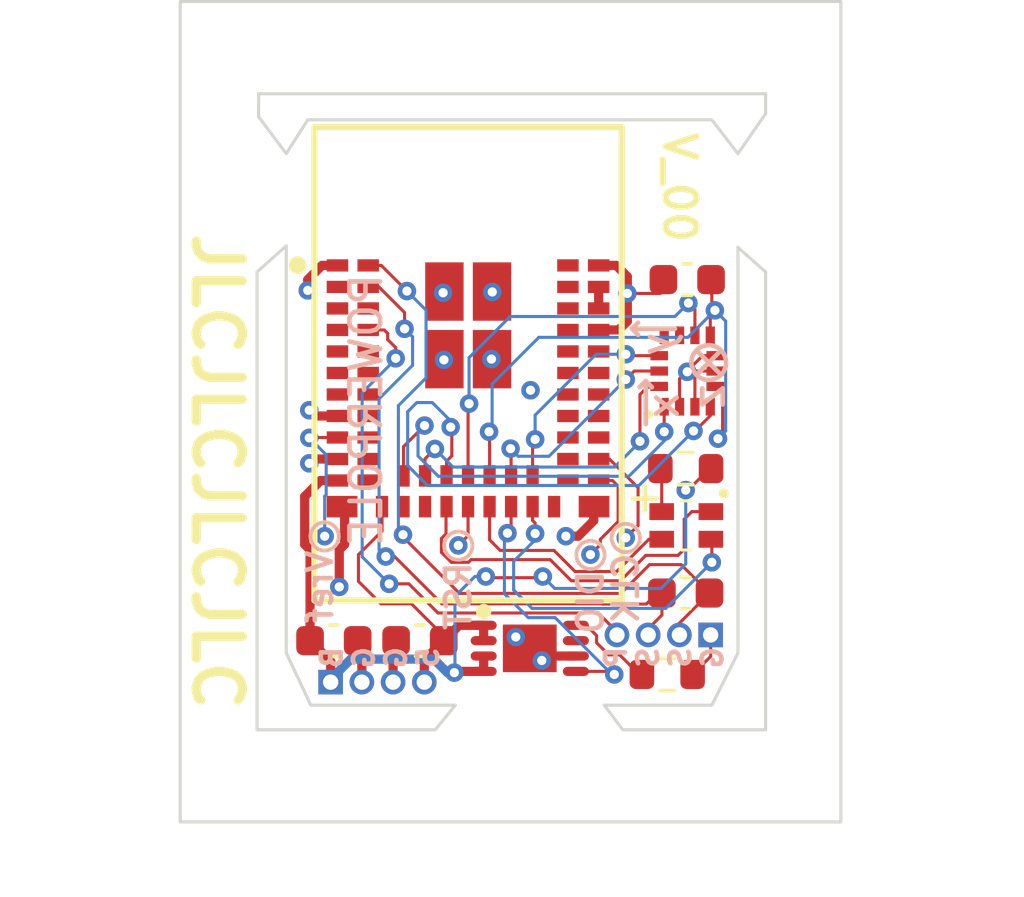
<source format=kicad_pcb>
(kicad_pcb (version 20211014) (generator pcbnew)
  (layers (0 "F.Cu" signal) (1 "In1.Cu" power) (2 "In2.Cu" power) (31 "B.Cu" signal) (35 "F.Paste" user) (36 "B.SilkS" user "B.Silkscreen") (37 "F.SilkS" user "F.Silkscreen") (38 "B.Mask" user) (39 "F.Mask" user) (44 "Edge.Cuts" user))
  (net 0 "")
  (net 1 "Vbat")
  (net 2 "Earth")
  (net 3 "Vbus")
  (net 15 "Net-(U1-Pad29)")
  (net 34 "/LSM_VDD")
  (net 35 "/LSM_INT1")
  (net 36 "/LSM_INT2")
  (net 37 "/LSM_CS")
  (net 42 "/FORCE_S+")
  (net 43 "/FORCE_S-")
  (net 44 "/LED_RED")
  (net 45 "/LED_GREEN")
  (net 46 "/LED_BLUE")
  (net 47 "/LED_A")
  (net 48 "/SWDIO")
  (net 49 "/SWCLK")
  (net 50 "/Vref")
  (net 51 "/nRST")
  (net 52 "/FORCE_VCC")
  (net 53 "/CHRG_PROG")
  (net 54 "/LSM_SDO")
  (net 55 "/LSM_SDI")
  (net 56 "/LSM_SPC")
  (net 57 "/CHRG_STAT")
  (footprint "LarsLib:SON50P300X200X100-9N-D" (layer "F.Cu") (at 118.775 109.9 -90)
    (fp_text reference "U3" hide)
    (fp_text value "MCP73832T-2ACI_MC" hide)
    (pad "1" smd roundrect (at -0.55 1.3 90) (size 0.3 0.85) (layers "F.Cu" "F.Paste" "F.Mask") (roundrect_rratio 0.5) (net 3 "Vbus"))
    (pad "2" smd roundrect (at -0.05 1.3 90) (size 0.3 0.85) (layers "F.Cu" "F.Paste" "F.Mask") (roundrect_rratio 0.5) (net 3 "Vbus"))
    (pad "3" smd roundrect (at 0.45 1.3 90) (size 0.3 0.85) (layers "F.Cu" "F.Paste" "F.Mask") (roundrect_rratio 0.5) (net 1 "Vbat"))
    (pad "4" smd roundrect (at 0.95 1.3 90) (size 0.3 0.85) (layers "F.Cu" "F.Paste" "F.Mask") (roundrect_rratio 0.5) (net 1 "Vbat"))
    (pad "5" smd roundrect (at 0.95 -1.7 90) (size 0.3 0.85) (layers "F.Cu" "F.Paste" "F.Mask") (roundrect_rratio 0.5) (net 57 "/CHRG_STAT"))
    (pad "6" smd roundrect (at 0.45 -1.7 90) (size 0.3 0.85) (layers "F.Cu" "F.Paste" "F.Mask") (roundrect_rratio 0.5) (net 2 "Earth"))
    (pad "7" smd roundrect (at -0.05 -1.7 90) (size 0.3 0.85) (layers "F.Cu" "F.Paste" "F.Mask") (roundrect_rratio 0.5))
    (pad "8" smd roundrect (at -0.55 -1.7 90) (size 0.3 0.85) (layers "F.Cu" "F.Paste" "F.Mask") (roundrect_rratio 0.5) (net 53 "/CHRG_PROG"))
    (pad "9" smd rect (at 0.2 -0.2 90) (size 1.55 1.75) (layers "F.Cu" "F.Paste" "F.Mask") (net 2 "Earth"))
  )
  (footprint "LarsLib:mousebite" (layer "F.Cu") (at 118.97 112.05)
    (fp_text reference "MB4" hide)
    (fp_text value "mousebite" hide)
    (pad "" np_thru_hole circle (at -1.8 0) (size 0.6 0.6) (drill 0.6) (layers F&B.Cu *.Mask))
    (pad "" np_thru_hole circle (at 0 0) (size 0.6 0.6) (drill 0.6) (layers F&B.Cu *.Mask))
    (pad "" np_thru_hole circle (at -0.9 0) (size 0.6 0.6) (drill 0.6) (layers F&B.Cu *.Mask))
    (pad "" np_thru_hole circle (at 0.9 0) (size 0.6 0.6) (drill 0.6) (layers F&B.Cu *.Mask))
    (pad "" np_thru_hole circle (at 1.8 0) (size 0.6 0.6) (drill 0.6) (layers F&B.Cu *.Mask))
  )
  (footprint "LarsLib:LSM6DSM" (layer "F.Cu") (at 124.1 101.075 90)
    (fp_text reference "U2" hide)
    (fp_text value "LSM6DSM")
    (pad "1" smd roundrect (at -1.1625 -0.75 90) (size 0.575 0.3) (layers "F.Cu" "F.Paste" "F.Mask") (roundrect_rratio 0) (chamfer_ratio 0.3) (chamfer top_right) (net 54 "/LSM_SDO"))
    (pad "2" smd rect (at -1.1625 -0.25 90) (size 0.575 0.3) (layers "F.Cu" "F.Paste" "F.Mask") (net 2 "Earth"))
    (pad "3" smd rect (at -1.1625 0.25 90) (size 0.575 0.3) (layers "F.Cu" "F.Paste" "F.Mask") (net 2 "Earth"))
    (pad "4" smd rect (at -1.1625 0.75 90) (size 0.575 0.3) (layers "F.Cu" "F.Paste" "F.Mask") (net 35 "/LSM_INT1"))
    (pad "5" smd rect (at -0.5 0.9125 90) (size 0.3 0.575) (layers "F.Cu" "F.Paste" "F.Mask") (net 34 "/LSM_VDD"))
    (pad "6" smd rect (at 0 0.9125 90) (size 0.3 0.575) (layers "F.Cu" "F.Paste" "F.Mask") (net 2 "Earth"))
    (pad "7" smd rect (at 0.5 0.9125 90) (size 0.3 0.575) (layers "F.Cu" "F.Paste" "F.Mask") (net 2 "Earth"))
    (pad "8" smd rect (at 1.1625 0.75 90) (size 0.575 0.3) (layers "F.Cu" "F.Paste" "F.Mask") (net 34 "/LSM_VDD"))
    (pad "9" smd rect (at 1.1625 0.25 90) (size 0.575 0.3) (layers "F.Cu" "F.Paste" "F.Mask") (net 36 "/LSM_INT2"))
    (pad "10" smd rect (at 1.1625 -0.25 90) (size 0.575 0.3) (layers "F.Cu" "F.Paste" "F.Mask"))
    (pad "11" smd rect (at 1.1625 -0.75 90) (size 0.575 0.3) (layers "F.Cu" "F.Paste" "F.Mask"))
    (pad "12" smd rect (at 0.5 -0.9125 90) (size 0.3 0.575) (layers "F.Cu" "F.Paste" "F.Mask") (net 37 "/LSM_CS"))
    (pad "13" smd rect (at 0 -0.9125 90) (size 0.3 0.575) (layers "F.Cu" "F.Paste" "F.Mask") (net 56 "/LSM_SPC"))
    (pad "14" smd rect (at -0.5 -0.9125 90) (size 0.3 0.575) (layers "F.Cu" "F.Paste" "F.Mask") (net 55 "/LSM_SDI"))
  )
  (footprint "LarsLib:ToolingHole_1.152mm" (layer "F.Cu") (at 119 114.15)
    (fp_text reference "TH2" hide)
    (fp_text value "Tooling_hole_1.152")
    (pad "" np_thru_hole circle (at 0 0) (size 1.152 1.152) (drill 1.152) (layers F&B.Cu *.Mask))
  )
  (footprint "Resistor_SMD:R_0603_1608Metric" (layer "F.Cu") (at 124.05 104.25)
    (fp_text reference "R1" hide)
    (fp_text value "820")
    (pad "1" smd roundrect (at -0.825 0) (size 0.8 0.95) (layers "F.Cu" "F.Paste" "F.Mask") (net 47 "/LED_A"))
    (pad "2" smd roundrect (at 0.825 0) (size 0.8 0.95) (layers "F.Cu" "F.Paste" "F.Mask") (net 1 "Vbat"))
  )
  (footprint "Capacitor_SMD:C_0603_1608Metric" (layer "F.Cu") (at 124.1 98.1 180)
    (fp_text reference "C4" hide)
    (fp_text value "100n")
    (pad "1" smd roundrect (at -0.775 0 180) (size 0.9 0.95) (layers "F.Cu" "F.Paste" "F.Mask") (net 34 "/LSM_VDD"))
    (pad "2" smd roundrect (at 0.775 0 180) (size 0.9 0.95) (layers "F.Cu" "F.Paste" "F.Mask") (net 2 "Earth"))
  )
  (footprint "LarsLib:ToolingHole_1.152mm" (layer "F.Cu") (at 109.05 94.95)
    (fp_text reference "TH1" hide)
    (fp_text value "Tooling_hole_1.152")
    (pad "" np_thru_hole circle (at 0 0) (size 1.152 1.152) (drill 1.152) (layers F&B.Cu *.Mask))
  )
  (footprint "LarsLib:19237R6GHBHCA012T" (layer "F.Cu") (at 124.068837 106.1 180)
    (fp_text reference "D1" hide)
    (fp_text value "19-237_R6GHBHC-A01_2T" hide)
    (fp_text user "+" (at 1.35 0.8 180 unlocked) (layer "F.SilkS"))
    (pad "1" smd rect (at -0.8 0.45 270) (size 0.55 0.8) (layers "F.Cu" "F.Paste" "F.Mask") (net 44 "/LED_RED"))
    (pad "2" smd rect (at -0.8 -0.45 270) (size 0.55 0.8) (layers "F.Cu" "F.Paste" "F.Mask") (net 45 "/LED_GREEN"))
    (pad "3" smd rect (at 0.8 -0.45 270) (size 0.55 0.8) (layers "F.Cu" "F.Paste" "F.Mask") (net 46 "/LED_BLUE"))
    (pad "4" smd rect (at 0.8 0.45 270) (size 0.55 0.8) (layers "F.Cu" "F.Paste" "F.Mask") (net 47 "/LED_A"))
  )
  (footprint "LarsLib:mousebite" (layer "F.Cu") (at 111.05 90.55 -90)
    (fp_text reference "MB1" hide)
    (fp_text value "mousebite" hide)
    (pad "" np_thru_hole circle (at 0.9 0 270) (size 0.6 0.6) (drill 0.6) (layers F&B.Cu *.Mask))
    (pad "" np_thru_hole circle (at -0.9 0 270) (size 0.6 0.6) (drill 0.6) (layers F&B.Cu *.Mask))
    (pad "" np_thru_hole circle (at 0 0 270) (size 0.6 0.6) (drill 0.6) (layers F&B.Cu *.Mask))
  )
  (footprint "LarsLib:mousebite" (layer "F.Cu") (at 125.75 95.5 -90)
    (fp_text reference "MB6" hide)
    (fp_text value "mousebite" hide)
    (pad "" np_thru_hole circle (at 0.9 0 270) (size 0.6 0.6) (drill 0.6) (layers F&B.Cu *.Mask))
    (pad "" np_thru_hole circle (at -0.9 0 270) (size 0.6 0.6) (drill 0.6) (layers F&B.Cu *.Mask))
    (pad "" np_thru_hole circle (at 0 0 270) (size 0.6 0.6) (drill 0.6) (layers F&B.Cu *.Mask))
  )
  (footprint "LarsLib:mousebite" (layer "F.Cu") (at 111.05 95.5 -90)
    (fp_text reference "MB2" hide)
    (fp_text value "mousebite" hide)
    (pad "" np_thru_hole circle (at 0 0 270) (size 0.6 0.6) (drill 0.6) (layers F&B.Cu *.Mask))
    (pad "" np_thru_hole circle (at 0.9 0 270) (size 0.6 0.6) (drill 0.6) (layers F&B.Cu *.Mask))
    (pad "" np_thru_hole circle (at -0.9 0 270) (size 0.6 0.6) (drill 0.6) (layers F&B.Cu *.Mask))
  )
  (footprint "LarsLib:mousebite" (layer "F.Cu") (at 125.75 90.55 -90)
    (fp_text reference "MB5" hide)
    (fp_text value "mousebite" hide)
    (pad "" np_thru_hole circle (at 0 0 270) (size 0.6 0.6) (drill 0.6) (layers F&B.Cu *.Mask))
    (pad "" np_thru_hole circle (at 0.9 0 270) (size 0.6 0.6) (drill 0.6) (layers F&B.Cu *.Mask))
    (pad "" np_thru_hole circle (at -0.9 0 270) (size 0.6 0.6) (drill 0.6) (layers F&B.Cu *.Mask))
  )
  (footprint "Connector_PinHeader_1.27mm:PinHeader_1x04_P1.27mm_Vertical" (layer "F.Cu") (at 124.8613 109.6627 -90)
    (fp_text reference "J1" hide)
    (fp_text value "Conn Force")
    (pad "1" thru_hole rect (at 0 0 270) (size 0.8 0.8) (drill 0.5) (layers *.Cu *.Mask) (net 2 "Earth"))
    (pad "2" thru_hole oval (at 0 1.016 270) (size 0.8 0.8) (drill 0.5) (layers *.Cu *.Mask) (net 42 "/FORCE_S+"))
    (pad "3" thru_hole oval (at 0 2.032 270) (size 0.8 0.8) (drill 0.5) (layers *.Cu *.Mask) (net 43 "/FORCE_S-"))
    (pad "4" thru_hole circle (at 0 3.048 270) (size 0.8 0.8) (drill 0.5) (layers *.Cu *.Mask) (net 52 "/FORCE_VCC"))
  )
  (footprint "LarsLib:ToolingHole_1.152mm" (layer "F.Cu") (at 127.75 94.9)
    (fp_text reference "TH3" hide)
    (fp_text value "Tooling_hole_1.152")
    (pad "" np_thru_hole circle (at 0 0) (size 1.152 1.152) (drill 1.152) (layers F&B.Cu *.Mask))
  )
  (footprint "Resistor_SMD:R_0603_1608Metric" (layer "F.Cu") (at 123.45 110.95 180)
    (fp_text reference "R2" hide)
    (fp_text value "15k")
    (pad "1" smd roundrect (at -0.825 0 180) (size 0.8 0.95) (layers "F.Cu" "F.Paste" "F.Mask") (net 2 "Earth"))
    (pad "2" smd roundrect (at 0.825 0 180) (size 0.8 0.95) (layers "F.Cu" "F.Paste" "F.Mask") (net 53 "/CHRG_PROG"))
  )
  (footprint "Capacitor_SMD:C_0603_1608Metric" (layer "F.Cu") (at 124.05 108.3 180)
    (fp_text reference "C1" hide)
    (fp_text value "100n")
    (pad "1" smd roundrect (at -0.775 0 180) (size 0.9 0.95) (layers "F.Cu" "F.Paste" "F.Mask") (net 42 "/FORCE_S+"))
    (pad "2" smd roundrect (at 0.775 0 180) (size 0.9 0.95) (layers "F.Cu" "F.Paste" "F.Mask") (net 43 "/FORCE_S-"))
  )
  (footprint "LarsLib:mousebite" (layer "F.Cu") (at 125.75 114.25 -90)
    (fp_text reference "MB7" hide)
    (fp_text value "mousebite" hide)
    (pad "" np_thru_hole circle (at -0.9 0 270) (size 0.6 0.6) (drill 0.6) (layers F&B.Cu *.Mask))
    (pad "" np_thru_hole circle (at 0 0 270) (size 0.6 0.6) (drill 0.6) (layers F&B.Cu *.Mask))
    (pad "" np_thru_hole circle (at 0.9 0 270) (size 0.6 0.6) (drill 0.6) (layers F&B.Cu *.Mask))
  )
  (footprint "Connector_PinHeader_1.27mm:PinHeader_1x04_P1.27mm_Vertical" (layer "F.Cu") (at 112.495 111.2 90)
    (fp_text reference "J2" hide)
    (fp_text value "Conn_pwr")
    (pad "1" thru_hole rect (at 0 0 90) (size 0.8 0.8) (drill 0.5) (layers *.Cu *.Mask) (net 1 "Vbat"))
    (pad "2" thru_hole circle (at 0 1.016 90) (size 0.8 0.8) (drill 0.5) (layers *.Cu *.Mask) (net 2 "Earth"))
    (pad "3" thru_hole circle (at 0 2.032 90) (size 0.8 0.8) (drill 0.5) (layers *.Cu *.Mask) (net 2 "Earth"))
    (pad "4" thru_hole circle (at 0 3.048 90) (size 0.8 0.8) (drill 0.5) (layers *.Cu *.Mask) (net 3 "Vbus"))
  )
  (footprint "Capacitor_SMD:C_0603_1608Metric" (layer "F.Cu") (at 112.6 109.85)
    (fp_text reference "C2" hide)
    (fp_text value "10u")
    (pad "1" smd roundrect (at -0.775 0) (size 0.9 0.95) (layers "F.Cu" "F.Paste" "F.Mask") (net 1 "Vbat"))
    (pad "2" smd roundrect (at 0.775 0) (size 0.9 0.95) (layers "F.Cu" "F.Paste" "F.Mask") (net 2 "Earth"))
  )
  (footprint "Capacitor_SMD:C_0603_1608Metric" (layer "F.Cu") (at 115.4 109.85)
    (fp_text reference "C3" hide)
    (fp_text value "10u")
    (pad "1" smd roundrect (at -0.775 0) (size 0.9 0.95) (layers "F.Cu" "F.Paste" "F.Mask") (net 2 "Earth"))
    (pad "2" smd roundrect (at 0.775 0) (size 0.9 0.95) (layers "F.Cu" "F.Paste" "F.Mask") (net 3 "Vbus"))
  )
  (footprint "LarsLib:mousebite" (layer "F.Cu") (at 111.1 114.25 -90)
    (fp_text reference "MB3" hide)
    (fp_text value "mousebite" hide)
    (pad "" np_thru_hole circle (at 0.9 0 270) (size 0.6 0.6) (drill 0.6) (layers F&B.Cu *.Mask))
    (pad "" np_thru_hole circle (at 0 0 270) (size 0.6 0.6) (drill 0.6) (layers F&B.Cu *.Mask))
    (pad "" np_thru_hole circle (at -0.9 0 270) (size 0.6 0.6) (drill 0.6) (layers F&B.Cu *.Mask))
  )
  (footprint "LarsLib:EB2840AA2" (layer "F.Cu") (at 116.967 100.838 -90)
    (fp_text reference "U1" hide)
    (fp_text value "EB2840AA2" hide)
    (pad "1" smd rect (at -3.2 4.25 90) (size 0.4 0.7) (layers "F.Cu" "F.Paste" "F.Mask") (net 2 "Earth"))
    (pad "2" smd rect (at -2.5 4.25 90) (size 0.4 0.7) (layers "F.Cu" "F.Paste" "F.Mask"))
    (pad "3" smd rect (at -1.8 4.25 90) (size 0.4 0.7) (layers "F.Cu" "F.Paste" "F.Mask"))
    (pad "4" smd rect (at -1.1 4.25 90) (size 0.4 0.7) (layers "F.Cu" "F.Paste" "F.Mask"))
    (pad "5" smd rect (at -0.4 4.25 90) (size 0.4 0.7) (layers "F.Cu" "F.Paste" "F.Mask"))
    (pad "6" smd rect (at 0.3 4.25 90) (size 0.4 0.7) (layers "F.Cu" "F.Paste" "F.Mask"))
    (pad "7" smd rect (at 1 4.25 90) (size 0.4 0.7) (layers "F.Cu" "F.Paste" "F.Mask"))
    (pad "8" smd rect (at 1.7 4.25 90) (size 0.4 0.7) (layers "F.Cu" "F.Paste" "F.Mask") (net 2 "Earth"))
    (pad "9" smd rect (at 2.4 4.25 90) (size 0.4 0.7) (layers "F.Cu" "F.Paste" "F.Mask") (net 50 "/Vref"))
    (pad "10" smd rect (at 3.1 4.25 90) (size 0.4 0.7) (layers "F.Cu" "F.Paste" "F.Mask") (net 2 "Earth"))
    (pad "11" smd rect (at 3.8 4.25 90) (size 0.4 0.7) (layers "F.Cu" "F.Paste" "F.Mask") (net 1 "Vbat"))
    (pad "12" smd rect (at 4.65 2.8) (size 0.4 0.7) (layers "F.Cu" "F.Paste" "F.Mask") (net 3 "Vbus"))
    (pad "13" smd rect (at 4.65 2.1) (size 0.4 0.7) (layers "F.Cu" "F.Paste" "F.Mask"))
    (pad "14" smd rect (at 4.65 1.4) (size 0.4 0.7) (layers "F.Cu" "F.Paste" "F.Mask"))
    (pad "15" smd rect (at 4.65 0.7) (size 0.4 0.7) (layers "F.Cu" "F.Paste" "F.Mask") (net 44 "/LED_RED"))
    (pad "16" smd rect (at 4.65 0) (size 0.4 0.7) (layers "F.Cu" "F.Paste" "F.Mask") (net 51 "/nRST"))
    (pad "17" smd rect (at 4.65 -0.7) (size 0.4 0.7) (layers "F.Cu" "F.Paste" "F.Mask") (net 46 "/LED_BLUE"))
    (pad "18" smd rect (at 4.65 -1.4) (size 0.4 0.7) (layers "F.Cu" "F.Paste" "F.Mask") (net 57 "/CHRG_STAT"))
    (pad "19" smd rect (at 4.65 -2.1) (size 0.4 0.7) (layers "F.Cu" "F.Paste" "F.Mask") (net 45 "/LED_GREEN"))
    (pad "20" smd rect (at 4.65 -2.8) (size 0.4 0.7) (layers "F.Cu" "F.Paste" "F.Mask"))
    (pad "21" smd rect (at 3.8 -4.25 90) (size 0.4 0.7) (layers "F.Cu" "F.Paste" "F.Mask") (net 48 "/SWDIO"))
    (pad "22" smd rect (at 3.1 -4.25 90) (size 0.4 0.7) (layers "F.Cu" "F.Paste" "F.Mask") (net 49 "/SWCLK"))
    (pad "23" smd rect (at 2.4 -4.25 90) (size 0.4 0.7) (layers "F.Cu" "F.Paste" "F.Mask"))
    (pad "24" smd rect (at 1.7 -4.25 90) (size 0.4 0.7) (layers "F.Cu" "F.Paste" "F.Mask"))
    (pad "25" smd rect (at 1 -4.25 90) (size 0.4 0.7) (layers "F.Cu" "F.Paste" "F.Mask"))
    (pad "26" smd rect (at 0.3 -4.25 90) (size 0.4 0.7) (layers "F.Cu" "F.Paste" "F.Mask"))
    (pad "27" smd rect (at -0.4 -4.25 90) (size 0.4 0.7) (layers "F.Cu" "F.Paste" "F.Mask"))
    (pad "28" smd rect (at -1.1 -4.25 90) (size 0.4 0.7) (layers "F.Cu" "F.Paste" "F.Mask") (net 2 "Earth"))
    (pad "29" smd rect (at -1.8 -4.25 90) (size 0.4 0.7) (layers "F.Cu" "F.Paste" "F.Mask") (net 15 "Net-(U1-Pad29)"))
    (pad "30" smd rect (at -2.5 -4.25 90) (size 0.4 0.7) (layers "F.Cu" "F.Paste" "F.Mask") (net 15 "Net-(U1-Pad29)"))
    (pad "31" smd rect (at -3.2 -4.25 90) (size 0.4 0.7) (layers "F.Cu" "F.Paste" "F.Mask") (net 2 "Earth"))
    (pad "32" smd rect (at -3.2 3.25 90) (size 0.4 0.7) (layers "F.Cu" "F.Paste" "F.Mask") (net 42 "/FORCE_S+"))
    (pad "33" smd rect (at -2.5 3.25 90) (size 0.4 0.7) (layers "F.Cu" "F.Paste" "F.Mask") (net 43 "/FORCE_S-"))
    (pad "34" smd rect (at -1.8 3.25 90) (size 0.4 0.7) (layers "F.Cu" "F.Paste" "F.Mask"))
    (pad "35" smd rect (at -1.1 3.25 90) (size 0.4 0.7) (layers "F.Cu" "F.Paste" "F.Mask") (net 52 "/FORCE_VCC"))
    (pad "36" smd rect (at -0.4 3.25 90) (size 0.4 0.7) (layers "F.Cu" "F.Paste" "F.Mask"))
    (pad "37" smd rect (at 0.3 3.25 90) (size 0.4 0.7) (layers "F.Cu" "F.Paste" "F.Mask"))
    (pad "38" smd rect (at 1 3.25 90) (size 0.4 0.7) (layers "F.Cu" "F.Paste" "F.Mask"))
    (pad "39" smd rect (at 1.7 3.25 90) (size 0.4 0.7) (layers "F.Cu" "F.Paste" "F.Mask"))
    (pad "40" smd rect (at 2.4 3.25 90) (size 0.4 0.7) (layers "F.Cu" "F.Paste" "F.Mask"))
    (pad "41" smd rect (at 3.1 3.25 90) (size 0.4 0.7) (layers "F.Cu" "F.Paste" "F.Mask"))
    (pad "42" smd rect (at 3.8 3.25 90) (size 0.4 0.7) (layers "F.Cu" "F.Paste" "F.Mask"))
    (pad "43" smd rect (at 3.65 2.1) (size 0.4 0.7) (layers "F.Cu" "F.Paste" "F.Mask") (net 54 "/LSM_SDO"))
    (pad "44" smd rect (at 3.65 1.4) (size 0.4 0.7) (layers "F.Cu" "F.Paste" "F.Mask") (net 55 "/LSM_SDI"))
    (pad "45" smd rect (at 3.65 0.7) (size 0.4 0.7) (layers "F.Cu" "F.Paste" "F.Mask") (net 35 "/LSM_INT1"))
    (pad "46" smd rect (at 3.65 0) (size 0.4 0.7) (layers "F.Cu" "F.Paste" "F.Mask") (net 36 "/LSM_INT2"))
    (pad "47" smd rect (at 3.65 -0.7) (size 0.4 0.7) (layers "F.Cu" "F.Paste" "F.Mask") (net 34 "/LSM_VDD"))
    (pad "48" smd rect (at 3.65 -1.4) (size 0.4 0.7) (layers "F.Cu" "F.Paste" "F.Mask") (net 56 "/LSM_SPC"))
    (pad "49" smd rect (at 3.65 -2.1) (size 0.4 0.7) (layers "F.Cu" "F.Paste" "F.Mask") (net 37 "/LSM_CS"))
    (pad "50" smd rect (at 3.8 -3.25 90) (size 0.4 0.7) (layers "F.Cu" "F.Paste" "F.Mask"))
    (pad "51" smd rect (at 3.1 -3.25 90) (size 0.4 0.7) (layers "F.Cu" "F.Paste" "F.Mask"))
    (pad "52" smd rect (at 2.4 -3.25 90) (size 0.4 0.7) (layers "F.Cu" "F.Paste" "F.Mask"))
    (pad "53" smd rect (at 1.7 -3.25 90) (size 0.4 0.7) (layers "F.Cu" "F.Paste" "F.Mask"))
    (pad "54" smd rect (at 1 -3.25 90) (size 0.4 0.7) (layers "F.Cu" "F.Paste" "F.Mask"))
    (pad "55" smd rect (at 0.3 -3.25 90) (size 0.4 0.7) (layers "F.Cu" "F.Paste" "F.Mask"))
    (pad "56" smd rect (at -0.4 -3.25 90) (size 0.4 0.7) (layers "F.Cu" "F.Paste" "F.Mask"))
    (pad "57" smd rect (at -1.1 -3.25 90) (size 0.4 0.7) (layers "F.Cu" "F.Paste" "F.Mask"))
    (pad "58" smd rect (at -1.8 -3.25 90) (size 0.4 0.7) (layers "F.Cu" "F.Paste" "F.Mask"))
    (pad "59" smd rect (at -2.5 -3.25 90) (size 0.4 0.7) (layers "F.Cu" "F.Paste" "F.Mask"))
    (pad "60" smd rect (at -3.2 -3.25 90) (size 0.4 0.7) (layers "F.Cu" "F.Paste" "F.Mask"))
    (pad "61" smd rect (at 4.65 4.1 90) (size 0.7 1) (layers "F.Cu" "F.Paste" "F.Mask") (net 2 "Earth"))
    (pad "62" smd rect (at 4.65 -4.1 90) (size 0.7 1) (layers "F.Cu" "F.Paste" "F.Mask") (net 2 "Earth"))
    (pad "63" smd rect (at -0.15 0.77) (size 1.25 1.9) (layers "F.Cu" "F.Paste" "F.Mask") (net 2 "Earth"))
    (pad "63" smd rect (at -2.35 0.77) (size 1.25 1.9) (layers "F.Cu" "F.Paste" "F.Mask") (net 2 "Earth"))
    (pad "63" smd rect (at -2.35 -0.78) (size 1.25 1.9) (layers "F.Cu" "F.Paste" "F.Mask") (net 2 "Earth"))
    (pad "63" smd rect (at -0.15 -0.78) (size 1.25 1.9) (layers "F.Cu" "F.Paste" "F.Mask") (net 2 "Earth"))
  )
  (footprint "LarsLib:uTP" (layer "B.Cu") (at 112.3 106.45 180)
    (fp_text reference "TP1" hide)
    (fp_text value "VREF")
    (pad "1" thru_hole circle (at 0 0 180) (size 0.6 0.6) (drill 0.3) (layers *.Cu *.Mask) (net 50 "/Vref"))
  )
  (footprint "LarsLib:uTP" (layer "B.Cu") (at 116.65 106.75 180)
    (fp_text reference "TP2" hide)
    (fp_text value "nRST")
    (pad "1" thru_hole circle (at 0 0 180) (size 0.6 0.6) (drill 0.3) (layers *.Cu *.Mask) (net 51 "/nRST"))
  )
  (footprint "LarsLib:uTP" (layer "B.Cu") (at 122.1 106.5 180)
    (fp_text reference "TP4" hide)
    (fp_text value "SWCLK")
    (pad "1" thru_hole circle (at 0 0 180) (size 0.6 0.6) (drill 0.3) (layers *.Cu *.Mask) (net 49 "/SWCLK"))
  )
  (footprint "LarsLib:uTP" (layer "B.Cu") (at 120.95 107.05 180)
    (fp_text reference "TP3" hide)
    (fp_text value "SWDIO")
    (pad "1" thru_hole circle (at 0 0 180) (size 0.6 0.6) (drill 0.3) (layers *.Cu *.Mask) (net 48 "/SWDIO"))
  )
  (gr_line (start 122.3 99.7) (end 122.5 99.5) (layer "B.SilkS") (width 0.15))
  (gr_circle (center 124.8 100.8) (end 124.4 100.4) (layer "B.SilkS") (width 0.15) (fill none))
  (gr_line (start 125.2 101.2) (end 124.4 100.4) (layer "B.SilkS") (width 0.15))
  (gr_line (start 122.55 101.6) (end 122.75 101.4) (layer "B.SilkS") (width 0.15))
  (gr_line (start 122.75 101.4) (end 122.95 101.6) (layer "B.SilkS") (width 0.15))
  (gr_line (start 122.75 102.8) (end 122.75 101.4) (layer "B.SilkS") (width 0.15))
  (gr_line (start 125.2 100.4) (end 124.4 101.2) (layer "B.SilkS") (width 0.15))
  (gr_line (start 123.7 99.7) (end 122.3 99.7) (layer "B.SilkS") (width 0.15))
  (gr_line (start 122.75 101.4) (end 122.55 101.6) (layer "B.SilkS") (width 0.15))
  (gr_line (start 122.3 99.7) (end 122.5 99.9) (layer "B.SilkS") (width 0.15))
  (gr_line (start 125.75 97.05) (end 126.65 97.85) (layer "Edge.Cuts") (width 0.1))
  (gr_line (start 125.75 110.25) (end 125.75 97.05) (layer "Edge.Cuts") (width 0.1))
  (gr_line (start 110.1 97.85) (end 110.1 112.75) (layer "Edge.Cuts") (width 0.1))
  (gr_line (start 111.75 92.9) (end 111.05 94) (layer "Edge.Cuts") (width 0.1))
  (gr_rect (start 107.6 115.75) (end 129.1 89.05) (layer "Edge.Cuts") (width 0.1) (fill none))
  (gr_line (start 111.05 94) (end 110.15 92.8) (layer "Edge.Cuts") (width 0.1))
  (gr_line (start 126.65 112.75) (end 122 112.75) (layer "Edge.Cuts") (width 0.1))
  (gr_line (start 125.75 94) (end 124.9 92.9) (layer "Edge.Cuts") (width 0.1))
  (gr_line (start 124.9 111.95) (end 121.4 111.95) (layer "Edge.Cuts") (width 0.1))
  (gr_line (start 115.9 112.75) (end 116.55 111.95) (layer "Edge.Cuts") (width 0.1))
  (gr_line (start 110.15 92.8) (end 110.15 92.05) (layer "Edge.Cuts") (width 0.1))
  (gr_line (start 125.75 94) (end 126.65 92.7) (layer "Edge.Cuts") (width 0.1))
  (gr_line (start 116.55 111.95) (end 111.85 111.95) (layer "Edge.Cuts") (width 0.1))
  (gr_line (start 111.05 97) (end 111.05 110.25) (layer "Edge.Cuts") (width 0.1))
  (gr_line (start 124.9 111.95) (end 125.75 110.25) (layer "Edge.Cuts") (width 0.1))
  (gr_line (start 111.05 110.25) (end 111.85 111.95) (layer "Edge.Cuts") (width 0.1))
  (gr_line (start 110.15 92.05) (end 126.65 92.05) (layer "Edge.Cuts") (width 0.1))
  (gr_line (start 126.65 92.7) (end 126.65 92.05) (layer "Edge.Cuts") (width 0.1))
  (gr_line (start 126.65 97.85) (end 126.65 112.75) (layer "Edge.Cuts") (width 0.1))
  (gr_line (start 124.9 92.9) (end 111.75 92.9) (layer "Edge.Cuts") (width 0.1))
  (gr_line (start 111.05 97) (end 110.1 97.85) (layer "Edge.Cuts") (width 0.1))
  (gr_line (start 115.9 112.75) (end 110.1 112.75) (layer "Edge.Cuts") (width 0.1))
  (gr_line (start 122 112.75) (end 121.4 111.95) (layer "Edge.Cuts") (width 0.1))
  (gr_text "z" (at 124.8 101.9 90) (layer "B.SilkS") (effects (font (size 1 1)) (justify mirror)))
  (gr_text "x" (at 123.3 102.2 90) (layer "B.SilkS") (effects (font (size 1 1)) (justify mirror)))
  (gr_text "P\nS\nS\nG" (at 123.35 110.4 90) (layer "B.SilkS") (effects (font (size 0.65 0.65)) (justify mirror)))
  (gr_text "CLK" (at 122.1 108.15 90) (layer "B.SilkS") (effects (font (size 0.8 0.8)) (justify mirror)))
  (gr_text "B\nG\nG\n5" (at 114.1 110.4 90) (layer "B.SilkS") (effects (font (size 0.65 0.65)) (justify mirror)))
  (gr_text "y" (at 123.1 100.2 90) (layer "B.SilkS") (effects (font (size 1 1)) (justify mirror)))
  (gr_text "DIO" (at 120.95 108.6 90) (layer "B.SilkS") (effects (font (size 0.8 0.8)) (justify mirror)))
  (gr_text "Vref" (at 112.15 108.1 90) (layer "B.SilkS") (effects (font (size 0.8 0.8)) (justify mirror)))
  (gr_text "POWERPOLE" (at 113.65 102.35 90) (layer "B.SilkS") (effects (font (size 1 1)) (justify mirror)))
  (gr_text "RST" (at 116.65 108.4 90) (layer "B.SilkS") (effects (font (size 0.8 0.8)) (justify mirror)))
  (gr_text "V_00" (at 123.85 95.1 270) (layer "F.SilkS") (effects (font (size 1 1) (thickness 0.2))))
  (gr_text "JLCJLCJLCJLC" (at 108.8 104.35 -90) (layer "F.SilkS") (effects (font (size 1.5 1.5) (thickness 0.3))))
  (segment (start 124.125 104.95) (end 124.825 104.25) (width 0.1) (layer "F.Cu") (net 1))
  (segment (start 116.56 110.85) (end 117.475 110.85) (width 0.3) (layer "F.Cu") (net 1))
  (segment (start 111.650489 106.719037) (end 111.825 106.893548) (width 0.3) (layer "F.Cu") (net 1))
  (segment (start 111.650489 105.155489) (end 111.650489 106.719037) (width 0.3) (layer "F.Cu") (net 1))
  (segment (start 112.495 110.52) (end 111.825 109.85) (width 0.3) (layer "F.Cu") (net 1))
  (segment (start 116.52 110.89) (end 116.56 110.85) (width 0.3) (layer "F.Cu") (net 1))
  (segment (start 119.361923 107.8) (end 117.582527 107.8) (width 0.1) (layer "F.Cu") (net 1))
  (segment (start 117.582527 107.8) (end 117.54445 107.761923) (width 0.1) (layer "F.Cu") (net 1))
  (segment (start 117.475 110.35) (end 117.475 110.85) (width 0.3) (layer "F.Cu") (net 1))
  (segment (start 124.05 104.95) (end 124.125 104.95) (width 0.1) (layer "F.Cu") (net 1))
  (segment (start 112.167978 104.638) (end 111.650489 105.155489) (width 0.3) (layer "F.Cu") (net 1))
  (segment (start 119.4 107.761923) (end 119.361923 107.8) (width 0.1) (layer "F.Cu") (net 1))
  (segment (start 112.495 111.2) (end 112.495 110.52) (width 0.3) (layer "F.Cu") (net 1))
  (segment (start 111.825 106.893548) (end 111.825 109.85) (width 0.3) (layer "F.Cu") (net 1))
  (segment (start 112.717 104.638) (end 112.167978 104.638) (width 0.3) (layer "F.Cu") (net 1))
  (via (at 119.4 107.761923) (size 0.6) (drill 0.3) (layers "F.Cu" "B.Cu") (net 1))
  (via (at 116.52 110.89) (size 0.6) (drill 0.3) (layers "F.Cu" "B.Cu") (net 1))
  (via (at 124.05 104.95) (size 0.6) (drill 0.3) (layers "F.Cu" "B.Cu") (net 1))
  (via (at 117.54445 107.761923) (size 0.6) (drill 0.3) (layers "F.Cu" "B.Cu") (net 1))
  (segment (start 119.4 107.761923) (end 119.788077 108.15) (width 0.1) (layer "B.Cu") (net 1))
  (segment (start 113.150489 110.450489) (end 112.495 111.105978) (width 0.3) (layer "B.Cu") (net 1))
  (segment (start 112.495 111.105978) (end 112.495 111.2) (width 0.3) (layer "B.Cu") (net 1))
  (segment (start 116.29297 110.89) (end 115.853459 110.450489) (width 0.3) (layer "B.Cu") (net 1))
  (segment (start 117.54445 107.761923) (end 117.188077 107.761923) (width 0.1) (layer "B.Cu") (net 1))
  (segment (start 116.54 108.41) (end 116.54 110.87) (width 0.1) (layer "B.Cu") (net 1))
  (segment (start 119.788077 108.15) (end 123.25 108.15) (width 0.1) (layer "B.Cu") (net 1))
  (segment (start 117.188077 107.761923) (end 116.54 108.41) (width 0.1) (layer "B.Cu") (net 1))
  (segment (start 123.25 108.15) (end 124.05 107.35) (width 0.1) (layer "B.Cu") (net 1))
  (segment (start 124.05 107.35) (end 124.05 104.95) (width 0.1) (layer "B.Cu") (net 1))
  (segment (start 115.853459 110.450489) (end 113.150489 110.450489) (width 0.3) (layer "B.Cu") (net 1))
  (segment (start 116.52 110.89) (end 116.29297 110.89) (width 0.3) (layer "B.Cu") (net 1))
  (segment (start 124.275 110.95) (end 124.8613 110.3637) (width 0.1) (layer "F.Cu") (net 2))
  (segment (start 120.15 106.45) (end 120.55 106.45) (width 0.3) (layer "F.Cu") (net 2))
  (segment (start 114.527 111.2) (end 114.527 109.948) (width 0.3) (layer "F.Cu") (net 2))
  (segment (start 121.788 97.638) (end 122.15 98) (width 0.3) (layer "F.Cu") (net 2))
  (segment (start 124.35 101.325) (end 124.1 101.075) (width 0.1) (layer "F.Cu") (net 2))
  (segment (start 122.15 98.55) (end 123.225 98.55) (width 0.1) (layer "F.Cu") (net 2))
  (segment (start 121.867 99.738) (end 121.217 99.738) (width 0.3) (layer "F.Cu") (net 2))
  (segment (start 122.15 98) (end 122.15 98.55) (width 0.3) (layer "F.Cu") (net 2))
  (segment (start 120.55 106.45) (end 121.0564 105.9436) (width 0.3) (layer "F.Cu") (net 2))
  (segment (start 124.35 102.2375) (end 124.35 101.325) (width 0.1) (layer "F.Cu") (net 2))
  (segment (start 111.8005 104.078859) (end 111.941359 103.938) (width 0.3) (layer "F.Cu") (net 2))
  (segment (start 125.0125 101.075) (end 124.1 101.075) (width 0.1) (layer "F.Cu") (net 2))
  (segment (start 123.85 102.2375) (end 123.85 101.325) (width 0.1) (layer "F.Cu") (net 2))
  (segment (start 111.8 102.35) (end 111.988 102.538) (width 0.3) (layer "F.Cu") (net 2))
  (segment (start 123.85 101.325) (end 124.1 101.075) (width 0.1) (layer "F.Cu") (net 2))
  (segment (start 125.0125 100.575) (end 124.6 100.575) (width 0.1) (layer "F.Cu") (net 2))
  (segment (start 122.15 99.455) (end 121.867 99.738) (width 0.3) (layer "F.Cu") (net 2))
  (segment (start 112.212 97.638) (end 112.717 97.638) (width 0.3) (layer "F.Cu") (net 2))
  (segment (start 113.511 109.986) (end 113.375 109.85) (width 0.3) (layer "F.Cu") (net 2))
  (segment (start 111.75 98.45) (end 111.75 98.1) (width 0.3) (layer "F.Cu") (net 2))
  (segment (start 112.949511 105.570511) (end 112.949511 106.719037) (width 0.3) (layer "F.Cu") (net 2))
  (segment (start 119.51 110.35) (end 120.475 110.35) (width 0.3) (layer "F.Cu") (net 2))
  (segment (start 111.988 102.538) (end 112.717 102.538) (width 0.3) (layer "F.Cu") (net 2))
  (segment (start 111.75 98.1) (end 112.212 97.638) (width 0.3) (layer "F.Cu") (net 2))
  (segment (start 119.366444 110.493556) (end 119.51 110.35) (width 0.3) (layer "F.Cu") (net 2))
  (segment (start 112.867 105.488) (end 112.949511 105.570511) (width 0.3) (layer "F.Cu") (net 2))
  (segment (start 112.77627 106.892278) (end 112.77627 108.099699) (width 0.3) (layer "F.Cu") (net 2))
  (segment (start 121.0564 105.9436) (end 121.0564 105.5116) (width 0.3) (layer "F.Cu") (net 2))
  (segment (start 121.217 97.638) (end 121.788 97.638) (width 0.3) (layer "F.Cu") (net 2))
  (segment (start 124.8613 110.3637) (end 124.8613 109.6627) (width 0.1) (layer "F.Cu") (net 2))
  (segment (start 114.527 109.948) (end 114.625 109.85) (width 0.3) (layer "F.Cu") (net 2))
  (segment (start 124.6 100.575) (end 124.1 101.075) (width 0.1) (layer "F.Cu") (net 2))
  (segment (start 112.949511 106.719037) (end 112.77627 106.892278) (width 0.3) (layer "F.Cu") (net 2))
  (segment (start 111.941359 103.938) (end 112.717 103.938) (width 0.3) (layer "F.Cu") (net 2))
  (segment (start 113.511 111.2) (end 113.511 109.986) (width 0.3) (layer "F.Cu") (net 2))
  (segment (start 122.15 98.55) (end 122.15 99.455) (width 0.3) (layer "F.Cu") (net 2))
  (via (at 119 101.7) (size 0.6) (drill 0.3) (layers "F.Cu" "B.Cu") (net 2))
  (via (at 118.52 109.73) (size 0.6) (drill 0.3) (layers "F.Cu" "B.Cu") (net 2))
  (via (at 116.181389 100.711) (size 0.6) (drill 0.3) (layers "F.Cu" "B.Cu") (net 2))
  (via (at 112.77627 108.099699) (size 0.6) (drill 0.3) (layers "F.Cu" "B.Cu") (net 2))
  (via (at 111.8 102.35) (size 0.6) (drill 0.3) (layers "F.Cu" "B.Cu") (net 2))
  (via (at 120.15 106.45) (size 0.6) (drill 0.3) (layers "F.Cu" "B.Cu") (net 2))
  (via (at 117.7544 98.5012) (size 0.6) (drill 0.3) (layers "F.Cu" "B.Cu") (net 2))
  (via (at 124.1 101.1) (size 0.6) (drill 0.3) (layers "F.Cu" "B.Cu") (net 2))
  (via (at 116.1542 98.5266) (size 0.6) (drill 0.3) (layers "F.Cu" "B.Cu") (net 2))
  (via (at 111.8005 104.078859) (size 0.6) (drill 0.3) (layers "F.Cu" "B.Cu") (net 2))
  (via (at 119.366444 110.493556) (size 0.6) (drill 0.3) (layers "F.Cu" "B.Cu") (net 2))
  (via (at 111.75 98.45) (size 0.6) (drill 0.3) (layers "F.Cu" "B.Cu") (net 2))
  (via (at 122.15 98.55) (size 0.6) (drill 0.3) (layers "F.Cu" "B.Cu") (net 2))
  (via (at 117.729 100.6856) (size 0.6) (drill 0.3) (layers "F.Cu" "B.Cu") (net 2))
  (segment (start 114.167 106.283) (end 114.167 105.488) (width 0.1) (layer "F.Cu") (net 3))
  (segment (start 115.543 111.2) (end 115.543 110.482) (width 0.3) (layer "F.Cu") (net 3))
  (segment (start 116.675 109.35) (end 116.175 109.85) (width 0.3) (layer "F.Cu") (net 3))
  (segment (start 114.131441 108.65) (end 113.4 107.918559) (width 0.1) (layer "F.Cu") (net 3))
  (segment (start 115.125 108.65) (end 114.131441 108.65) (width 0.1) (layer "F.Cu") (net 3))
  (segment (start 115.543 110.482) (end 116.175 109.85) (width 0.3) (layer "F.Cu") (net 3))
  (segment (start 113.4 107.918559) (end 113.4 107.05) (width 0.1) (layer "F.Cu") (net 3))
  (segment (start 117.475 109.85) (end 117.475 109.35) (width 0.3) (layer "F.Cu") (net 3))
  (segment (start 117.475 109.35) (end 116.675 109.35) (width 0.3) (layer "F.Cu") (net 3))
  (segment (start 116.175 109.85) (end 116.175 109.7) (width 0.1) (layer "F.Cu") (net 3))
  (segment (start 113.4 107.05) (end 114.167 106.283) (width 0.1) (layer "F.Cu") (net 3))
  (segment (start 116.175 109.7) (end 115.125 108.65) (width 0.1) (layer "F.Cu") (net 3))
  (segment (start 121.217 99.038) (end 121.217 98.338) (width 0.3) (layer "F.Cu") (net 15))
  (segment (start 124.85 99.9125) (end 124.85 99.25) (width 0.1) (layer "F.Cu") (net 34))
  (segment (start 117.65 103.05) (end 117.667 103.067) (width 0.1) (layer "F.Cu") (net 34))
  (segment (start 125.249511 101.812011) (end 125.0125 101.575) (width 0.1) (layer "F.Cu") (net 34))
  (segment (start 125 99.1) (end 124.9 99) (width 0.1) (layer "F.Cu") (net 34))
  (segment (start 125.10089 103.275978) (end 125.249511 103.127357) (width 0.1) (layer "F.Cu") (net 34))
  (segment (start 124.9 99) (end 124.9 98.575) (width 0.1) (layer "F.Cu") (net 34))
  (segment (start 117.667 103.067) (end 117.667 104.488) (width 0.1) (layer "F.Cu") (net 34))
  (segment (start 124.85 99.25) (end 125 99.1) (width 0.1) (layer "F.Cu") (net 34))
  (segment (start 125.249511 103.127357) (end 125.249511 101.812011) (width 0.1) (layer "F.Cu") (net 34))
  (segment (start 124.9 98.575) (end 124.875 98.55) (width 0.1) (layer "F.Cu") (net 34))
  (via (at 125 99.1) (size 0.6) (drill 0.3) (layers "F.Cu" "B.Cu") (net 34))
  (via (at 117.65 103.05) (size 0.6) (drill 0.3) (layers "F.Cu" "B.Cu") (net 34))
  (via (at 125.10089 103.275978) (size 0.6) (drill 0.3) (layers "F.Cu" "B.Cu") (net 34))
  (segment (start 125.35 103.026868) (end 125.35 99.45) (width 0.1) (layer "B.Cu") (net 34))
  (segment (start 124.120376 99.979624) (end 119.270376 99.979624) (width 0.1) (layer "B.Cu") (net 34))
  (segment (start 117.75 101.5) (end 117.75 102.95) (width 0.1) (layer "B.Cu") (net 34))
  (segment (start 119.270376 99.979624) (end 117.75 101.5) (width 0.1) (layer "B.Cu") (net 34))
  (segment (start 125.10089 103.275978) (end 125.35 103.026868) (width 0.1) (layer "B.Cu") (net 34))
  (segment (start 125.35 99.45) (end 125 99.1) (width 0.1) (layer "B.Cu") (net 34))
  (segment (start 117.75 102.95) (end 117.65 103.05) (width 0.1) (layer "B.Cu") (net 34))
  (segment (start 125 99.1) (end 124.120376 99.979624) (width 0.1) (layer "B.Cu") (net 34))
  (segment (start 124.35382 103.024502) (end 124.85 102.528322) (width 0.1) (layer "F.Cu") (net 35))
  (segment (start 124.85 102.528322) (end 124.85 102.2375) (width 0.1) (layer "F.Cu") (net 35))
  (segment (start 116.437567 102.937567) (end 116.4 102.9) (width 0.1) (layer "F.Cu") (net 35))
  (segment (start 116.267 104.009127) (end 116.437567 103.83856) (width 0.1) (layer "F.Cu") (net 35))
  (segment (start 116.267 104.488) (end 116.267 104.009127) (width 0.1) (layer "F.Cu") (net 35))
  (segment (start 124.304551 103.024502) (end 124.35382 103.024502) (width 0.1) (layer "F.Cu") (net 35))
  (segment (start 116.437567 103.83856) (end 116.437567 102.937567) (width 0.1) (layer "F.Cu") (net 35))
  (via (at 116.4 102.9) (size 0.6) (drill 0.3) (layers "F.Cu" "B.Cu") (net 35))
  (via (at 124.304551 103.024502) (size 0.6) (drill 0.3) (layers "F.Cu" "B.Cu") (net 35))
  (segment (start 115.000489 102.399511) (end 115.299511 102.100489) (width 0.1) (layer "B.Cu") (net 35))
  (segment (start 115.299511 102.100489) (end 115.800489 102.100489) (width 0.1) (layer "B.Cu") (net 35))
  (segment (start 124.304551 103.024502) (end 122.529533 104.79952) (width 0.1) (layer "B.Cu") (net 35))
  (segment (start 115.800489 102.100489) (end 116.4 102.7) (width 0.1) (layer "B.Cu") (net 35))
  (segment (start 115.64952 104.79952) (end 115.000489 104.150489) (width 0.1) (layer "B.Cu") (net 35))
  (segment (start 116.4 102.7) (end 116.4 102.9) (width 0.1) (layer "B.Cu") (net 35))
  (segment (start 122.529533 104.79952) (end 115.64952 104.79952) (width 0.1) (layer "B.Cu") (net 35))
  (segment (start 115.000489 104.150489) (end 115.000489 102.399511) (width 0.1) (layer "B.Cu") (net 35))
  (segment (start 124.35 99.074598) (end 124.137701 98.862299) (width 0.1) (layer "F.Cu") (net 36))
  (segment (start 117 102.137502) (end 116.967 102.170502) (width 0.1) (layer "F.Cu") (net 36))
  (segment (start 116.967 102.170502) (end 116.967 104.488) (width 0.1) (layer "F.Cu") (net 36))
  (segment (start 124.35 99.9125) (end 124.35 99.074598) (width 0.1) (layer "F.Cu") (net 36))
  (via (at 124.137701 98.862299) (size 0.6) (drill 0.3) (layers "F.Cu" "B.Cu") (net 36))
  (via (at 117 102.137502) (size 0.6) (drill 0.3) (layers "F.Cu" "B.Cu") (net 36))
  (segment (start 117 100.637473) (end 117 102.137502) (width 0.1) (layer "B.Cu") (net 36))
  (segment (start 124.137701 98.862299) (end 123.7 99.3) (width 0.1) (layer "B.Cu") (net 36))
  (segment (start 118.337473 99.3) (end 117 100.637473) (width 0.1) (layer "B.Cu") (net 36))
  (segment (start 123.7 99.3) (end 118.337473 99.3) (width 0.1) (layer "B.Cu") (net 36))
  (segment (start 122.1 100.529124) (end 122.145876 100.575) (width 0.1) (layer "F.Cu") (net 37))
  (segment (start 119.15 103.3) (end 119.067 103.383) (width 0.1) (layer "F.Cu") (net 37))
  (segment (start 119.067 103.383) (end 119.067 104.488) (width 0.1) (layer "F.Cu") (net 37))
  (segment (start 122.145876 100.575) (end 123.1875 100.575) (width 0.1) (layer "F.Cu") (net 37))
  (via (at 122.1 100.529124) (size 0.6) (drill 0.3) (layers "F.Cu" "B.Cu") (net 37))
  (via (at 119.15 103.3) (size 0.6) (drill 0.3) (layers "F.Cu" "B.Cu") (net 37))
  (segment (start 119.15 102.510512) (end 119.15 103.3) (width 0.1) (layer "B.Cu") (net 37))
  (segment (start 122.1 100.529124) (end 121.131388 100.529124) (width 0.1) (layer "B.Cu") (net 37))
  (segment (start 121.131388 100.529124) (end 119.15 102.510512) (width 0.1) (layer "B.Cu") (net 37))
  (segment (start 114.85 106.4) (end 114.85 106.473586) (width 0.1) (layer "F.Cu") (net 42))
  (segment (start 123.899031 107.374031) (end 124.825 108.3) (width 0.1) (layer "F.Cu") (net 42))
  (segment (start 114.143134 97.638) (end 113.717 97.638) (width 0.1) (layer "F.Cu") (net 42))
  (segment (start 124.825 108.3) (end 123.8453 109.2797) (width 0.1) (layer "F.Cu") (net 42))
  (segment (start 114.977567 98.472433) (end 114.143134 97.638) (width 0.1) (layer "F.Cu") (net 42))
  (segment (start 123.8453 109.2797) (end 123.8453 109.4627) (width 0.1) (layer "F.Cu") (net 42))
  (segment (start 121.938566 108.311434) (end 122.875969 107.374031) (width 0.1) (layer "F.Cu") (net 42))
  (segment (start 116.687848 108.311434) (end 121.938566 108.311434) (width 0.1) (layer "F.Cu") (net 42))
  (segment (start 114.85 106.473586) (end 116.687848 108.311434) (width 0.1) (layer "F.Cu") (net 42))
  (segment (start 122.875969 107.374031) (end 123.899031 107.374031) (width 0.1) (layer "F.Cu") (net 42))
  (via (at 114.85 106.4) (size 0.6) (drill 0.3) (layers "F.Cu" "B.Cu") (net 42))
  (via (at 114.977567 98.472433) (size 0.6) (drill 0.3) (layers "F.Cu" "B.Cu") (net 42))
  (segment (start 114.85 106.4) (end 114.7 106.25) (width 0.1) (layer "B.Cu") (net 42))
  (segment (start 115.6 101.3) (end 115.6 99.094866) (width 0.1) (layer "B.Cu") (net 42))
  (segment (start 114.7 106.25) (end 114.7 102.2) (width 0.1) (layer "B.Cu") (net 42))
  (segment (start 114.7 102.2) (end 115.6 101.3) (width 0.1) (layer "B.Cu") (net 42))
  (segment (start 115.6 99.094866) (end 114.977567 98.472433) (width 0.1) (layer "B.Cu") (net 42))
  (segment (start 116.113603 108.650011) (end 114.575049 107.111457) (width 0.1) (layer "F.Cu") (net 43))
  (segment (start 122.8293 109.4627) (end 123.275 109.017) (width 0.1) (layer "F.Cu") (net 43))
  (segment (start 122.765 108.66) (end 121.334186 108.66) (width 0.1) (layer "F.Cu") (net 43))
  (segment (start 123.275 109.017) (end 123.275 108.15) (width 0.1) (layer "F.Cu") (net 43))
  (segment (start 123.275 108.15) (end 122.765 108.66) (width 0.1) (layer "F.Cu") (net 43))
  (segment (start 121.334186 108.66) (end 121.324196 108.650011) (width 0.1) (layer "F.Cu") (net 43))
  (segment (start 114.066022 98.338) (end 113.717 98.338) (width 0.1) (layer "F.Cu") (net 43))
  (segment (start 114.9 99.7) (end 114.9 99.171978) (width 0.1) (layer "F.Cu") (net 43))
  (segment (start 114.9 99.171978) (end 114.066022 98.338) (width 0.1) (layer "F.Cu") (net 43))
  (segment (start 121.324196 108.650011) (end 116.113603 108.650011) (width 0.1) (layer "F.Cu") (net 43))
  (segment (start 114.575049 107.111457) (end 114.288543 107.111457) (width 0.1) (layer "F.Cu") (net 43))
  (via (at 114.9 99.7) (size 0.6) (drill 0.3) (layers "F.Cu" "B.Cu") (net 43))
  (via (at 114.288543 107.111457) (size 0.6) (drill 0.3) (layers "F.Cu" "B.Cu") (net 43))
  (segment (start 115.160955 99.960955) (end 115.160955 100.889045) (width 0.1) (layer "B.Cu") (net 43))
  (segment (start 114.070758 101.979242) (end 114.070758 106.893672) (width 0.1) (layer "B.Cu") (net 43))
  (segment (start 114.9 99.7) (end 115.160955 99.960955) (width 0.1) (layer "B.Cu") (net 43))
  (segment (start 115.160955 100.889045) (end 114.070758 101.979242) (width 0.1) (layer "B.Cu") (net 43))
  (segment (start 114.070758 106.893672) (end 114.288543 107.111457) (width 0.1) (layer "B.Cu") (net 43))
  (segment (start 116.422873 107.3) (end 116.100489 106.977616) (width 0.1) (layer "F.Cu") (net 44))
  (segment (start 116.100489 106.522384) (end 116.25 106.372873) (width 0.1) (layer "F.Cu") (net 44))
  (segment (start 124 106.874022) (end 123.799511 107.074511) (width 0.1) (layer "F.Cu") (net 44))
  (segment (start 121.927383 107.899031) (end 120.325445 107.899031) (width 0.1) (layer "F.Cu") (net 44))
  (segment (start 122.751904 107.074511) (end 121.927383 107.899031) (width 0.1) (layer "F.Cu") (net 44))
  (segment (start 123.799511 107.074511) (end 122.751904 107.074511) (width 0.1) (layer "F.Cu") (net 44))
  (segment (start 117.067577 107.212423) (end 116.98 107.3) (width 0.1) (layer "F.Cu") (net 44))
  (segment (start 124.25 105.65) (end 124 105.9) (width 0.1) (layer "F.Cu") (net 44))
  (segment (start 120.325445 107.899031) (end 119.638837 107.212423) (width 0.1) (layer "F.Cu") (net 44))
  (segment (start 116.25 106.372873) (end 116.25 105.505) (width 0.1) (layer "F.Cu") (net 44))
  (segment (start 116.98 107.3) (end 116.422873 107.3) (width 0.1) (layer "F.Cu") (net 44))
  (segment (start 124.75 105.65) (end 124.25 105.65) (width 0.1) (layer "F.Cu") (net 44))
  (segment (start 119.638837 107.212423) (end 117.067577 107.212423) (width 0.1) (layer "F.Cu") (net 44))
  (segment (start 124 105.9) (end 124 106.874022) (width 0.1) (layer "F.Cu") (net 44))
  (segment (start 116.100489 106.977616) (end 116.100489 106.522384) (width 0.1) (layer "F.Cu") (net 44))
  (segment (start 124.9 106.581163) (end 124.868837 106.55) (width 0.1) (layer "F.Cu") (net 45))
  (segment (start 119.067 105.938) (end 119.067 105.488) (width 0.1) (layer "F.Cu") (net 45))
  (segment (start 124.9 107.3) (end 124.9 106.581163) (width 0.1) (layer "F.Cu") (net 45))
  (segment (start 119.14872 106.01972) (end 119.067 105.938) (width 0.1) (layer "F.Cu") (net 45))
  (segment (start 119.14872 106.363403) (end 119.14872 106.01972) (width 0.1) (layer "F.Cu") (net 45))
  (via (at 119.14872 106.363403) (size 0.6) (drill 0.3) (layers "F.Cu" "B.Cu") (net 45))
  (via (at 124.9 107.3) (size 0.6) (drill 0.3) (layers "F.Cu" "B.Cu") (net 45))
  (segment (start 118.44952 108.19952) (end 118.44952 107.27048) (width 0.1) (layer "B.Cu") (net 45))
  (segment (start 118.44952 107.27048) (end 119.14872 106.57128) (width 0.1) (layer "B.Cu") (net 45))
  (segment (start 119.14872 106.57128) (end 119.14872 106.363403) (width 0.1) (layer "B.Cu") (net 45))
  (segment (start 123.4 108.8) (end 119.05 108.8) (width 0.1) (layer "B.Cu") (net 45))
  (segment (start 124.9 107.3) (end 123.4 108.8) (width 0.1) (layer "B.Cu") (net 45))
  (segment (start 119.05 108.8) (end 118.44952 108.19952) (width 0.1) (layer "B.Cu") (net 45))
  (segment (start 123.15 106.55) (end 122.852829 106.55) (width 0.1) (layer "F.Cu") (net 46))
  (segment (start 118.012903 106.912903) (end 117.667 106.567) (width 0.1) (layer "F.Cu") (net 46))
  (segment (start 121.803318 107.599511) (end 120.449511 107.599511) (width 0.1) (layer "F.Cu") (net 46))
  (segment (start 120.449511 107.599511) (end 119.762903 106.912903) (width 0.1) (layer "F.Cu") (net 46))
  (segment (start 119.762903 106.912903) (end 118.012903 106.912903) (width 0.1) (layer "F.Cu") (net 46))
  (segment (start 122.852829 106.55) (end 121.803318 107.599511) (width 0.1) (layer "F.Cu") (net 46))
  (segment (start 117.667 106.567) (end 117.667 105.488) (width 0.1) (layer "F.Cu") (net 46))
  (segment (start 123.268837 104.293837) (end 123.225 104.25) (width 0.1) (layer "F.Cu") (net 47))
  (segment (start 123.268837 105.65) (end 123.268837 104.293837) (width 0.1) (layer "F.Cu") (net 47))
  (segment (start 120.95 107.05) (end 121.272873 106.727127) (width 0.1) (layer "F.Cu") (net 48))
  (segment (start 121.85 105.972873) (end 121.85 104.821) (width 0.1) (layer "F.Cu") (net 48))
  (segment (start 121.85 104.821) (end 121.667 104.638) (width 0.1) (layer "F.Cu") (net 48))
  (segment (start 121.272873 106.727127) (end 121.272873 106.55) (width 0.1) (layer "F.Cu") (net 48))
  (segment (start 121.272873 106.55) (end 121.85 105.972873) (width 0.1) (layer "F.Cu") (net 48))
  (segment (start 121.667 104.638) (end 121.217 104.638) (width 0.1) (layer "F.Cu") (net 48))
  (segment (start 122.5 104.871978) (end 121.566022 103.938) (width 0.1) (layer "F.Cu") (net 49))
  (segment (start 122.5 106.1) (end 122.5 104.871978) (width 0.1) (layer "F.Cu") (net 49))
  (segment (start 122.1 106.5) (end 122.5 106.1) (width 0.1) (layer "F.Cu") (net 49))
  (segment (start 121.566022 103.938) (end 121.217 103.938) (width 0.1) (layer "F.Cu") (net 49))
  (segment (start 111.8 103.25) (end 111.812 103.238) (width 0.1) (layer "F.Cu") (net 50))
  (segment (start 111.812 103.238) (end 112.717 103.238) (width 0.1) (layer "F.Cu") (net 50))
  (via (at 111.8 103.25) (size 0.6) (drill 0.3) (layers "F.Cu" "B.Cu") (net 50))
  (segment (start 112.35 103.8) (end 111.8 103.25) (width 0.1) (layer "B.Cu") (net 50))
  (segment (start 112.3 105.15) (end 112.35 105.1) (width 0.1) (layer "B.Cu") (net 50))
  (segment (start 112.35 105.1) (end 112.35 103.8) (width 0.1) (layer "B.Cu") (net 50))
  (segment (start 112.3 106.45) (end 112.3 105.15) (width 0.1) (layer "B.Cu") (net 50))
  (segment (start 116.65 106.75) (end 116.967 106.433) (width 0.1) (layer "F.Cu") (net 51))
  (segment (start 116.967 106.433) (end 116.967 105.488) (width 0.1) (layer "F.Cu") (net 51))
  (segment (start 114.238 99.738) (end 113.717 99.738) (width 0.1) (layer "F.Cu") (net 52))
  (segment (start 114.611444 100.661444) (end 114.611444 100.311444) (width 0.1) (layer "F.Cu") (net 52))
  (segment (start 115.040269 108.000263) (end 115.989537 108.949531) (width 0.1) (layer "F.Cu") (net 52))
  (segment (start 114.350489 99.850489) (end 114.238 99.738) (width 0.1) (layer "F.Cu") (net 52))
  (segment (start 114.350489 100.050489) (end 114.350489 99.850489) (width 0.1) (layer "F.Cu") (net 52))
  (segment (start 115.989537 108.949531) (end 121.200131 108.949531) (width 0.1) (layer "F.Cu") (net 52))
  (segment (start 114.611444 100.311444) (end 114.350489 100.050489) (width 0.1) (layer "F.Cu") (net 52))
  (segment (start 114.400237 108.000263) (end 115.040269 108.000263) (width 0.1) (layer "F.Cu") (net 52))
  (segment (start 121.200131 108.949531) (end 121.8133 109.5627) (width 0.1) (layer "F.Cu") (net 52))
  (via (at 114.400237 108.000263) (size 0.6) (drill 0.3) (layers "F.Cu" "B.Cu") (net 52))
  (via (at 114.611444 100.661444) (size 0.6) (drill 0.3) (layers "F.Cu" "B.Cu") (net 52))
  (segment (start 113.521247 101.778753) (end 114.611444 100.688556) (width 0.1) (layer "B.Cu") (net 52))
  (segment (start 114.400237 108.000263) (end 113.521247 107.121273) (width 0.1) (layer "B.Cu") (net 52))
  (segment (start 114.611444 100.688556) (end 114.611444 100.661444) (width 0.1) (layer "B.Cu") (net 52))
  (segment (start 113.521247 107.121273) (end 113.521247 101.778753) (width 0.1) (layer "B.Cu") (net 52))
  (segment (start 121.902211 110.312211) (end 122.54 110.95) (width 0.1) (layer "F.Cu") (net 53))
  (segment (start 121.15 109.917948) (end 121.544263 110.312211) (width 0.1) (layer "F.Cu") (net 53))
  (segment (start 120.475 109.35) (end 120.815006 109.35) (width 0.1) (layer "F.Cu") (net 53))
  (segment (start 120.815006 109.35) (end 121.15 109.684994) (width 0.1) (layer "F.Cu") (net 53))
  (segment (start 121.15 109.684994) (end 121.15 109.917948) (width 0.1) (layer "F.Cu") (net 53))
  (segment (start 122.54 110.95) (end 122.625 110.95) (width 0.1) (layer "F.Cu") (net 53))
  (segment (start 121.544263 110.312211) (end 121.902211 110.312211) (width 0.1) (layer "F.Cu") (net 53))
  (segment (start 115.549989 102.85) (end 114.867 103.532989) (width 0.1) (layer "F.Cu") (net 54))
  (segment (start 123.35 103.05) (end 123.35 102.2375) (width 0.1) (layer "F.Cu") (net 54))
  (segment (start 114.867 103.532989) (end 114.867 104.488) (width 0.1) (layer "F.Cu") (net 54))
  (via (at 115.549989 102.85) (size 0.6) (drill 0.3) (layers "F.Cu" "B.Cu") (net 54))
  (via (at 123.35 103.05) (size 0.6) (drill 0.3) (layers "F.Cu" "B.Cu") (net 54))
  (segment (start 122.2 104.5) (end 116 104.5) (width 0.1) (layer "B.Cu") (net 54))
  (segment (start 115.338545 103.838545) (end 115.338545 103.061444) (width 0.1) (layer "B.Cu") (net 54))
  (segment (start 116 104.5) (end 115.338545 103.838545) (width 0.1) (layer "B.Cu") (net 54))
  (segment (start 123.35 103.35) (end 122.2 104.5) (width 0.1) (layer "B.Cu") (net 54))
  (segment (start 123.35 103.05) (end 123.35 103.35) (width 0.1) (layer "B.Cu") (net 54))
  (segment (start 115.338545 103.061444) (end 115.549989 102.85) (width 0.1) (layer "B.Cu") (net 54))
  (segment (start 122.80048 101.59952) (end 123.1875 101.59952) (width 0.1) (layer "F.Cu") (net 55))
  (segment (start 115.567 103.932) (end 115.888056 103.610944) (width 0.1) (layer "F.Cu") (net 55))
  (segment (start 115.567 104.038) (end 115.567 104.488) (width 0.1) (layer "F.Cu") (net 55))
  (segment (start 122.561444 103.361444) (end 122.561444 101.838556) (width 0.1) (layer "F.Cu") (net 55))
  (segment (start 122.561444 101.838556) (end 122.80048 101.59952) (width 0.1) (layer "F.Cu") (net 55))
  (segment (start 115.567 104.038) (end 115.567 103.932) (width 0.1) (layer "F.Cu") (net 55))
  (via (at 115.888056 103.610944) (size 0.6) (drill 0.3) (layers "F.Cu" "B.Cu") (net 55))
  (via (at 122.561444 103.361444) (size 0.6) (drill 0.3) (layers "F.Cu" "B.Cu") (net 55))
  (segment (start 118.049511 104.199511) (end 116.476623 104.199511) (width 0.1) (layer "B.Cu") (net 55))
  (segment (start 118.05048 104.20048) (end 118.049511 104.199511) (width 0.1) (layer "B.Cu") (net 55))
  (segment (start 122.561444 103.3755) (end 121.736464 104.20048) (width 0.1) (layer "B.Cu") (net 55))
  (segment (start 122.561444 103.361444) (end 122.561444 103.3755) (width 0.1) (layer "B.Cu") (net 55))
  (segment (start 116.476623 104.199511) (end 115.888056 103.610944) (width 0.1) (layer "B.Cu") (net 55))
  (segment (start 121.736464 104.20048) (end 118.05048 104.20048) (width 0.1) (layer "B.Cu") (net 55))
  (segment (start 118.35 103.6) (end 118.367 103.617) (width 0.1) (layer "F.Cu") (net 56))
  (segment (start 122.1 101.35) (end 122.375 101.075) (width 0.1) (layer "F.Cu") (net 56))
  (segment (start 118.367 103.617) (end 118.367 104.488) (width 0.1) (layer "F.Cu") (net 56))
  (segment (start 122.375 101.075) (end 123.1875 101.075) (width 0.1) (layer "F.Cu") (net 56))
  (via (at 118.35 103.6) (size 0.6) (drill 0.3) (layers "F.Cu" "B.Cu") (net 56))
  (via (at 122.1 101.35) (size 0.6) (drill 0.3) (layers "F.Cu" "B.Cu") (net 56))
  (segment (start 122.1 101.35) (end 119.600489 103.849511) (width 0.1) (layer "B.Cu") (net 56))
  (segment (start 118.599511 103.849511) (end 118.35 103.6) (width 0.1) (layer "B.Cu") (net 56))
  (segment (start 119.600489 103.849511) (end 118.599511 103.849511) (width 0.1) (layer "B.Cu") (net 56))
  (segment (start 121.7255 110.949411) (end 121.626089 110.85) (width 0.1) (layer "F.Cu") (net 57))
  (segment (start 121.626089 110.85) (end 120.475 110.85) (width 0.1) (layer "F.Cu") (net 57))
  (segment (start 118.367 105.488) (end 118.367 106.233) (width 0.1) (layer "F.Cu") (net 57))
  (segment (start 118.367 106.233) (end 118.25 106.35) (width 0.1) (layer "F.Cu") (net 57))
  (via (at 121.7255 110.949411) (size 0.6) (drill 0.3) (layers "F.Cu" "B.Cu") (net 57))
  (via (at 118.25 106.35) (size 0.6) (drill 0.3) (layers "F.Cu" "B.Cu") (net 57))
  (segment (start 119.79952 109.09952) (end 118.925935 109.09952) (width 0.1) (layer "B.Cu") (net 57))
  (segment (start 121.649411 110.949411) (end 119.79952 109.09952) (width 0.1) (layer "B.Cu") (net 57))
  (segment (start 118.925935 109.09952) (end 118.15 108.323585) (width 0.1) (layer "B.Cu") (net 57))
  (segment (start 121.7255 110.949411) (end 121.649411 110.949411) (width 0.1) (layer "B.Cu") (net 57))
  (segment (start 118.15 106.45) (end 118.25 106.35) (width 0.1) (layer "B.Cu") (net 57))
  (segment (start 118.15 108.323585) (end 118.15 106.45) (width 0.1) (layer "B.Cu") (net 57))
)
</source>
